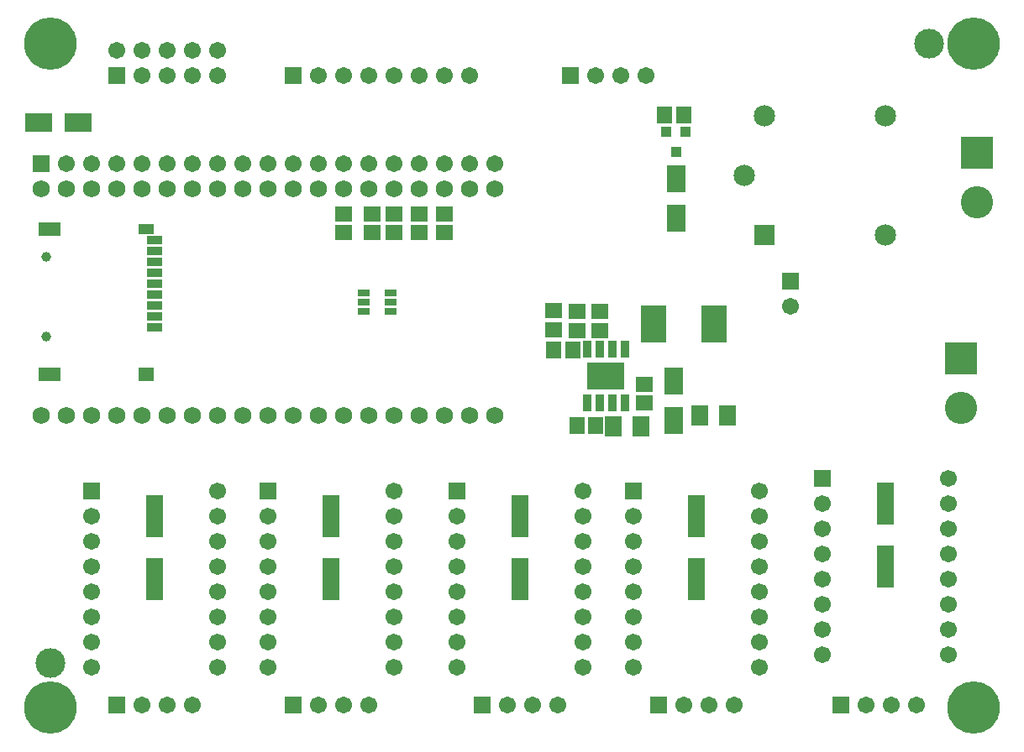
<source format=gbr>
G04 DipTrace 3.3.1.3*
G04 TopMask.gbr*
%MOIN*%
G04 #@! TF.FileFunction,Soldermask,Top*
G04 #@! TF.Part,Single*
%ADD36C,0.11811*%
%ADD61C,0.03937*%
%ADD72R,0.051307X0.031622*%
%ADD74R,0.146189X0.11115*%
%ADD76R,0.032016X0.070992*%
%ADD78C,0.067*%
%ADD80R,0.067X0.067*%
%ADD82C,0.068*%
%ADD84C,0.128*%
%ADD86R,0.128X0.128*%
%ADD88R,0.059181X0.067055*%
%ADD90R,0.039496X0.043433*%
%ADD92C,0.208*%
%ADD94R,0.10052X0.145795*%
%ADD96R,0.084772X0.084772*%
%ADD98C,0.084772*%
%ADD100R,0.063118X0.039496*%
%ADD102R,0.063118X0.055244*%
%ADD104R,0.08674X0.055244*%
%ADD106R,0.059181X0.035559*%
%ADD108C,0.067055*%
%ADD110R,0.067055X0.067055*%
%ADD112C,0.04737*%
%ADD114R,0.074929X0.106425*%
%ADD116R,0.106425X0.074929*%
%ADD118R,0.070992X0.078866*%
%ADD120R,0.067055X0.059181*%
%ADD122R,0.070992X0.171386*%
%FSLAX26Y26*%
G04*
G70*
G90*
G75*
G01*
G04 TopMask*
%LPD*%
D122*
X943700Y1043700D3*
Y1291731D3*
X1643700Y1043700D3*
Y1291731D3*
X2393700Y1043700D3*
Y1291731D3*
D120*
X2886409Y1816254D3*
Y1741451D3*
D122*
X3093700Y1043700D3*
Y1291731D3*
D118*
X2875451Y1650449D3*
X2765214D3*
X3106200Y1693700D3*
X3216436D3*
D120*
X2710409Y2031254D3*
Y2106057D3*
D122*
X3843700Y1093700D3*
Y1341731D3*
D116*
X484898Y2857814D3*
X642378D3*
D114*
X3012451Y2474949D3*
Y2632430D3*
X3003409Y1830218D3*
Y1672738D3*
D36*
X531495Y708661D3*
D112*
D3*
D36*
X4015747Y3169291D3*
D112*
D3*
D110*
X1493700Y3043700D3*
D108*
X1593700D3*
X1693700D3*
X1793700D3*
X1893700D3*
X1993700D3*
X2093700D3*
X2193700D3*
D110*
X793700Y543700D3*
D108*
X893700D3*
X993700D3*
X1093700D3*
D110*
X793700Y3043700D3*
D108*
Y3143700D3*
X893700Y3043700D3*
Y3143700D3*
X993700Y3043700D3*
Y3143700D3*
X1093700Y3043700D3*
Y3143700D3*
X1193700Y3043700D3*
Y3143700D3*
D110*
X1493700Y543700D3*
D108*
X1593700D3*
X1693700D3*
X1793700D3*
D110*
X493700Y2693700D3*
D108*
X593700D3*
X693700D3*
X793700D3*
X893700D3*
X993700D3*
X1093700D3*
X1193700D3*
X1293700D3*
X1393700D3*
X1493700D3*
X1593700D3*
X1693700D3*
X1793700D3*
X1893700D3*
X1993700D3*
X2093700D3*
X2193700D3*
X2293700D3*
D110*
X2243700Y543700D3*
D108*
X2343700D3*
X2443700D3*
X2543700D3*
D110*
X2943700D3*
D108*
X3043700D3*
X3143700D3*
X3243700D3*
D110*
X3468700Y2224951D3*
D108*
Y2124951D3*
D110*
X3668700Y543700D3*
D108*
X3768700D3*
X3868700D3*
X3968700D3*
D106*
X943676Y2043449D3*
Y2086756D3*
Y2130064D3*
Y2173371D3*
Y2216678D3*
Y2259985D3*
Y2303292D3*
Y2346599D3*
Y2389906D3*
D104*
X528322Y1855260D3*
D102*
X910212D3*
D100*
Y2433213D3*
D104*
X528322D3*
D61*
X512574Y2322583D3*
Y2007623D3*
D110*
X2593700Y3043700D3*
D108*
X2693700D3*
X2793700D3*
X2893700D3*
D98*
X3284645Y2645570D3*
D96*
X3363385Y2409350D3*
D98*
Y2881791D3*
X3843700Y2409350D3*
Y2881791D3*
D94*
X2925155Y2055115D3*
X3163344D3*
D92*
X531495Y531495D3*
X4192913D3*
X531495Y3169291D3*
X4192913D3*
D90*
X3049949Y2818700D3*
X2975146D3*
X3012548Y2739960D3*
D120*
X1893700Y2493700D3*
Y2418897D3*
X1993700Y2493700D3*
Y2418897D3*
X2093700Y2493700D3*
Y2418897D3*
X1806200Y2493503D3*
Y2418700D3*
D88*
X2968700Y2887451D3*
X3043503D3*
X2528409Y1953254D3*
X2603212D3*
D120*
X2528409Y2109254D3*
Y2034451D3*
D88*
X2619409Y1654254D3*
X2694212D3*
D120*
X2619409Y2031254D3*
Y2106057D3*
X1693700Y2418700D3*
Y2493503D3*
D86*
X4206200Y2737450D3*
D84*
Y2540600D3*
D86*
X4143700Y1918700D3*
D84*
Y1721850D3*
D82*
X493700Y2593700D3*
X593700D3*
X693700D3*
X793700D3*
X893700D3*
X993700D3*
X1093700D3*
X1193700D3*
X1293700D3*
X1393700D3*
X1493700D3*
X1593700D3*
X1693700D3*
X1793700D3*
X1893700D3*
X1993700D3*
X2093700D3*
X2193700D3*
X2293700D3*
X493700Y1693700D3*
X593700D3*
X693700D3*
X793700D3*
X893700D3*
X993700D3*
X1093700D3*
X1193700D3*
X1293700D3*
X1393700D3*
X1493700D3*
X1593700D3*
X1693700D3*
X1793700D3*
X1893700D3*
X1993700D3*
X2093700D3*
X2193700D3*
X2293700D3*
D80*
X693700Y1393700D3*
D78*
Y1293700D3*
Y1193700D3*
Y1093700D3*
Y993700D3*
Y893700D3*
Y793700D3*
Y693700D3*
X1193700D3*
Y793700D3*
Y893700D3*
Y993700D3*
Y1093700D3*
Y1193700D3*
Y1293700D3*
Y1393700D3*
D80*
X1393700D3*
D78*
Y1293700D3*
Y1193700D3*
Y1093700D3*
Y993700D3*
Y893700D3*
Y793700D3*
Y693700D3*
X1893700D3*
Y793700D3*
Y893700D3*
Y993700D3*
Y1093700D3*
Y1193700D3*
Y1293700D3*
Y1393700D3*
D80*
X2143700D3*
D78*
Y1293700D3*
Y1193700D3*
Y1093700D3*
Y993700D3*
Y893700D3*
Y793700D3*
Y693700D3*
X2643700D3*
Y793700D3*
Y893700D3*
Y993700D3*
Y1093700D3*
Y1193700D3*
Y1293700D3*
Y1393700D3*
D80*
X2843700D3*
D78*
Y1293700D3*
Y1193700D3*
Y1093700D3*
Y993700D3*
Y893700D3*
Y793700D3*
Y693700D3*
X3343700D3*
Y793700D3*
Y893700D3*
Y993700D3*
Y1093700D3*
Y1193700D3*
Y1293700D3*
Y1393700D3*
D76*
X2810039Y1955127D3*
X2760039D3*
X2710039D3*
X2660039D3*
Y1742528D3*
X2710039D3*
X2760039D3*
X2810039D3*
D74*
X2735039Y1848827D3*
D80*
X3593700Y1443700D3*
D78*
Y1343700D3*
Y1243700D3*
Y1143700D3*
Y1043700D3*
Y943700D3*
Y843700D3*
Y743700D3*
X4093700D3*
Y843700D3*
Y943700D3*
Y1043700D3*
Y1143700D3*
Y1243700D3*
Y1343700D3*
Y1443700D3*
D72*
X1774951Y2181200D3*
Y2143798D3*
Y2106397D3*
X1881250D3*
Y2143798D3*
Y2181200D3*
M02*

</source>
